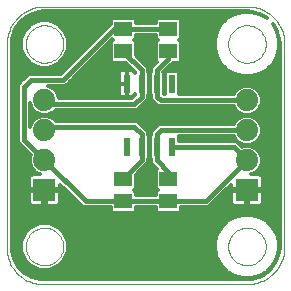
<source format=gtl>
G75*
G70*
%OFA0B0*%
%FSLAX24Y24*%
%IPPOS*%
%LPD*%
%AMOC8*
5,1,8,0,0,1.08239X$1,22.5*
%
%ADD10C,0.0000*%
%ADD11R,0.0740X0.0740*%
%ADD12C,0.0740*%
%ADD13R,0.0236X0.0610*%
%ADD14R,0.0591X0.0512*%
%ADD15C,0.0120*%
%ADD16R,0.0356X0.0356*%
%ADD17C,0.0160*%
D10*
X000411Y001660D02*
X000409Y001594D01*
X000411Y001528D01*
X000417Y001462D01*
X000426Y001396D01*
X000439Y001331D01*
X000456Y001266D01*
X000476Y001203D01*
X000500Y001141D01*
X000527Y001081D01*
X000558Y001022D01*
X000592Y000964D01*
X000629Y000909D01*
X000669Y000856D01*
X000712Y000806D01*
X000757Y000757D01*
X000806Y000712D01*
X000856Y000669D01*
X000909Y000629D01*
X000964Y000592D01*
X001022Y000558D01*
X001081Y000527D01*
X001141Y000500D01*
X001203Y000476D01*
X001266Y000456D01*
X001331Y000439D01*
X001396Y000426D01*
X001462Y000417D01*
X001528Y000411D01*
X001594Y000409D01*
X001660Y000411D01*
X001660Y000410D02*
X008410Y000410D01*
X008478Y000412D01*
X008545Y000417D01*
X008612Y000426D01*
X008679Y000439D01*
X008744Y000456D01*
X008809Y000475D01*
X008873Y000499D01*
X008935Y000526D01*
X008996Y000556D01*
X009054Y000589D01*
X009111Y000625D01*
X009166Y000665D01*
X009219Y000707D01*
X009270Y000753D01*
X009317Y000800D01*
X009363Y000851D01*
X009405Y000904D01*
X009445Y000959D01*
X009481Y001016D01*
X009514Y001074D01*
X009544Y001135D01*
X009571Y001197D01*
X009595Y001261D01*
X009614Y001326D01*
X009631Y001391D01*
X009644Y001458D01*
X009653Y001525D01*
X009658Y001592D01*
X009660Y001660D01*
X009660Y008410D01*
X009658Y008478D01*
X009653Y008545D01*
X009644Y008612D01*
X009631Y008679D01*
X009614Y008744D01*
X009595Y008809D01*
X009571Y008873D01*
X009544Y008935D01*
X009514Y008996D01*
X009481Y009054D01*
X009445Y009111D01*
X009405Y009166D01*
X009363Y009219D01*
X009317Y009270D01*
X009270Y009317D01*
X009219Y009363D01*
X009166Y009405D01*
X009111Y009445D01*
X009054Y009481D01*
X008996Y009514D01*
X008935Y009544D01*
X008873Y009571D01*
X008809Y009595D01*
X008744Y009614D01*
X008679Y009631D01*
X008612Y009644D01*
X008545Y009653D01*
X008478Y009658D01*
X008410Y009660D01*
X001660Y009660D01*
X001035Y008410D02*
X001037Y008460D01*
X001043Y008509D01*
X001053Y008558D01*
X001066Y008605D01*
X001084Y008652D01*
X001105Y008697D01*
X001129Y008740D01*
X001157Y008781D01*
X001188Y008820D01*
X001222Y008856D01*
X001259Y008890D01*
X001299Y008920D01*
X001340Y008947D01*
X001384Y008971D01*
X001429Y008991D01*
X001476Y009007D01*
X001524Y009020D01*
X001573Y009029D01*
X001623Y009034D01*
X001672Y009035D01*
X001722Y009032D01*
X001771Y009025D01*
X001820Y009014D01*
X001867Y009000D01*
X001913Y008981D01*
X001958Y008959D01*
X002001Y008934D01*
X002041Y008905D01*
X002079Y008873D01*
X002115Y008839D01*
X002148Y008801D01*
X002177Y008761D01*
X002203Y008719D01*
X002226Y008675D01*
X002245Y008629D01*
X002261Y008582D01*
X002273Y008533D01*
X002281Y008484D01*
X002285Y008435D01*
X002285Y008385D01*
X002281Y008336D01*
X002273Y008287D01*
X002261Y008238D01*
X002245Y008191D01*
X002226Y008145D01*
X002203Y008101D01*
X002177Y008059D01*
X002148Y008019D01*
X002115Y007981D01*
X002079Y007947D01*
X002041Y007915D01*
X002001Y007886D01*
X001958Y007861D01*
X001913Y007839D01*
X001867Y007820D01*
X001820Y007806D01*
X001771Y007795D01*
X001722Y007788D01*
X001672Y007785D01*
X001623Y007786D01*
X001573Y007791D01*
X001524Y007800D01*
X001476Y007813D01*
X001429Y007829D01*
X001384Y007849D01*
X001340Y007873D01*
X001299Y007900D01*
X001259Y007930D01*
X001222Y007964D01*
X001188Y008000D01*
X001157Y008039D01*
X001129Y008080D01*
X001105Y008123D01*
X001084Y008168D01*
X001066Y008215D01*
X001053Y008262D01*
X001043Y008311D01*
X001037Y008360D01*
X001035Y008410D01*
X000410Y008410D02*
X000410Y001660D01*
X001035Y001660D02*
X001037Y001710D01*
X001043Y001759D01*
X001053Y001808D01*
X001066Y001855D01*
X001084Y001902D01*
X001105Y001947D01*
X001129Y001990D01*
X001157Y002031D01*
X001188Y002070D01*
X001222Y002106D01*
X001259Y002140D01*
X001299Y002170D01*
X001340Y002197D01*
X001384Y002221D01*
X001429Y002241D01*
X001476Y002257D01*
X001524Y002270D01*
X001573Y002279D01*
X001623Y002284D01*
X001672Y002285D01*
X001722Y002282D01*
X001771Y002275D01*
X001820Y002264D01*
X001867Y002250D01*
X001913Y002231D01*
X001958Y002209D01*
X002001Y002184D01*
X002041Y002155D01*
X002079Y002123D01*
X002115Y002089D01*
X002148Y002051D01*
X002177Y002011D01*
X002203Y001969D01*
X002226Y001925D01*
X002245Y001879D01*
X002261Y001832D01*
X002273Y001783D01*
X002281Y001734D01*
X002285Y001685D01*
X002285Y001635D01*
X002281Y001586D01*
X002273Y001537D01*
X002261Y001488D01*
X002245Y001441D01*
X002226Y001395D01*
X002203Y001351D01*
X002177Y001309D01*
X002148Y001269D01*
X002115Y001231D01*
X002079Y001197D01*
X002041Y001165D01*
X002001Y001136D01*
X001958Y001111D01*
X001913Y001089D01*
X001867Y001070D01*
X001820Y001056D01*
X001771Y001045D01*
X001722Y001038D01*
X001672Y001035D01*
X001623Y001036D01*
X001573Y001041D01*
X001524Y001050D01*
X001476Y001063D01*
X001429Y001079D01*
X001384Y001099D01*
X001340Y001123D01*
X001299Y001150D01*
X001259Y001180D01*
X001222Y001214D01*
X001188Y001250D01*
X001157Y001289D01*
X001129Y001330D01*
X001105Y001373D01*
X001084Y001418D01*
X001066Y001465D01*
X001053Y001512D01*
X001043Y001561D01*
X001037Y001610D01*
X001035Y001660D01*
X000410Y008410D02*
X000412Y008478D01*
X000417Y008545D01*
X000426Y008612D01*
X000439Y008679D01*
X000456Y008744D01*
X000475Y008809D01*
X000499Y008873D01*
X000526Y008935D01*
X000556Y008996D01*
X000589Y009054D01*
X000625Y009111D01*
X000665Y009166D01*
X000707Y009219D01*
X000753Y009270D01*
X000800Y009317D01*
X000851Y009363D01*
X000904Y009405D01*
X000959Y009445D01*
X001016Y009481D01*
X001074Y009514D01*
X001135Y009544D01*
X001197Y009571D01*
X001261Y009595D01*
X001326Y009614D01*
X001391Y009631D01*
X001458Y009644D01*
X001525Y009653D01*
X001592Y009658D01*
X001660Y009660D01*
X007785Y008410D02*
X007787Y008460D01*
X007793Y008509D01*
X007803Y008558D01*
X007816Y008605D01*
X007834Y008652D01*
X007855Y008697D01*
X007879Y008740D01*
X007907Y008781D01*
X007938Y008820D01*
X007972Y008856D01*
X008009Y008890D01*
X008049Y008920D01*
X008090Y008947D01*
X008134Y008971D01*
X008179Y008991D01*
X008226Y009007D01*
X008274Y009020D01*
X008323Y009029D01*
X008373Y009034D01*
X008422Y009035D01*
X008472Y009032D01*
X008521Y009025D01*
X008570Y009014D01*
X008617Y009000D01*
X008663Y008981D01*
X008708Y008959D01*
X008751Y008934D01*
X008791Y008905D01*
X008829Y008873D01*
X008865Y008839D01*
X008898Y008801D01*
X008927Y008761D01*
X008953Y008719D01*
X008976Y008675D01*
X008995Y008629D01*
X009011Y008582D01*
X009023Y008533D01*
X009031Y008484D01*
X009035Y008435D01*
X009035Y008385D01*
X009031Y008336D01*
X009023Y008287D01*
X009011Y008238D01*
X008995Y008191D01*
X008976Y008145D01*
X008953Y008101D01*
X008927Y008059D01*
X008898Y008019D01*
X008865Y007981D01*
X008829Y007947D01*
X008791Y007915D01*
X008751Y007886D01*
X008708Y007861D01*
X008663Y007839D01*
X008617Y007820D01*
X008570Y007806D01*
X008521Y007795D01*
X008472Y007788D01*
X008422Y007785D01*
X008373Y007786D01*
X008323Y007791D01*
X008274Y007800D01*
X008226Y007813D01*
X008179Y007829D01*
X008134Y007849D01*
X008090Y007873D01*
X008049Y007900D01*
X008009Y007930D01*
X007972Y007964D01*
X007938Y008000D01*
X007907Y008039D01*
X007879Y008080D01*
X007855Y008123D01*
X007834Y008168D01*
X007816Y008215D01*
X007803Y008262D01*
X007793Y008311D01*
X007787Y008360D01*
X007785Y008410D01*
X007785Y001660D02*
X007787Y001710D01*
X007793Y001759D01*
X007803Y001808D01*
X007816Y001855D01*
X007834Y001902D01*
X007855Y001947D01*
X007879Y001990D01*
X007907Y002031D01*
X007938Y002070D01*
X007972Y002106D01*
X008009Y002140D01*
X008049Y002170D01*
X008090Y002197D01*
X008134Y002221D01*
X008179Y002241D01*
X008226Y002257D01*
X008274Y002270D01*
X008323Y002279D01*
X008373Y002284D01*
X008422Y002285D01*
X008472Y002282D01*
X008521Y002275D01*
X008570Y002264D01*
X008617Y002250D01*
X008663Y002231D01*
X008708Y002209D01*
X008751Y002184D01*
X008791Y002155D01*
X008829Y002123D01*
X008865Y002089D01*
X008898Y002051D01*
X008927Y002011D01*
X008953Y001969D01*
X008976Y001925D01*
X008995Y001879D01*
X009011Y001832D01*
X009023Y001783D01*
X009031Y001734D01*
X009035Y001685D01*
X009035Y001635D01*
X009031Y001586D01*
X009023Y001537D01*
X009011Y001488D01*
X008995Y001441D01*
X008976Y001395D01*
X008953Y001351D01*
X008927Y001309D01*
X008898Y001269D01*
X008865Y001231D01*
X008829Y001197D01*
X008791Y001165D01*
X008751Y001136D01*
X008708Y001111D01*
X008663Y001089D01*
X008617Y001070D01*
X008570Y001056D01*
X008521Y001045D01*
X008472Y001038D01*
X008422Y001035D01*
X008373Y001036D01*
X008323Y001041D01*
X008274Y001050D01*
X008226Y001063D01*
X008179Y001079D01*
X008134Y001099D01*
X008090Y001123D01*
X008049Y001150D01*
X008009Y001180D01*
X007972Y001214D01*
X007938Y001250D01*
X007907Y001289D01*
X007879Y001330D01*
X007855Y001373D01*
X007834Y001418D01*
X007816Y001465D01*
X007803Y001512D01*
X007793Y001561D01*
X007787Y001610D01*
X007785Y001660D01*
D11*
X008410Y003535D03*
X001660Y003535D03*
D12*
X001660Y004535D03*
X001660Y005535D03*
X001660Y006535D03*
X008410Y006535D03*
X008410Y005535D03*
X008410Y004535D03*
D13*
X005910Y004968D03*
X005410Y004968D03*
X004910Y004968D03*
X004410Y004968D03*
X004410Y007094D03*
X004910Y007094D03*
X005410Y007094D03*
X005910Y007094D03*
D14*
X005785Y008161D03*
X005785Y008909D03*
X004285Y008909D03*
X004285Y008161D03*
X004285Y003909D03*
X004285Y003161D03*
X005785Y003161D03*
X005785Y003909D03*
D15*
X001482Y000884D02*
X000870Y000884D01*
X000776Y000978D02*
X000637Y001229D01*
X000572Y001508D01*
X000570Y001639D01*
X000570Y001656D01*
X000573Y001718D01*
X000570Y001721D01*
X000570Y008410D01*
X000583Y008581D01*
X000689Y008905D01*
X000889Y009181D01*
X001165Y009381D01*
X001489Y009487D01*
X001660Y009500D01*
X008410Y009500D01*
X008581Y009487D01*
X008905Y009381D01*
X009065Y009265D01*
X008822Y009405D01*
X008551Y009478D01*
X008269Y009478D01*
X007998Y009405D01*
X007754Y009264D01*
X007556Y009066D01*
X007415Y008822D01*
X007342Y008551D01*
X007342Y008269D01*
X007415Y007998D01*
X007556Y007754D01*
X007754Y007556D01*
X007998Y007415D01*
X008269Y007342D01*
X008551Y007342D01*
X008822Y007415D01*
X009066Y007556D01*
X009264Y007754D01*
X009405Y007998D01*
X009478Y008269D01*
X009478Y008551D01*
X009405Y008822D01*
X009265Y009065D01*
X009381Y008905D01*
X009487Y008581D01*
X009500Y008410D01*
X009500Y001660D01*
X009487Y001489D01*
X009381Y001165D01*
X009181Y000889D01*
X008905Y000689D01*
X008581Y000583D01*
X008410Y000570D01*
X001721Y000570D01*
X001718Y000573D01*
X001656Y000570D01*
X001639Y000570D01*
X001508Y000572D01*
X001229Y000637D01*
X000978Y000776D01*
X000776Y000978D01*
X000762Y001003D02*
X001207Y001003D01*
X001215Y000995D02*
X001504Y000875D01*
X001816Y000875D01*
X002105Y000995D01*
X002325Y001215D01*
X002445Y001504D01*
X002445Y001816D01*
X002325Y002105D01*
X002105Y002325D01*
X001816Y002445D01*
X001504Y002445D01*
X001215Y002325D01*
X000995Y002105D01*
X000875Y001816D01*
X000875Y001504D01*
X000995Y001215D01*
X001215Y000995D01*
X001089Y001121D02*
X000696Y001121D01*
X000634Y001240D02*
X000984Y001240D01*
X000935Y001358D02*
X000607Y001358D01*
X000580Y001477D02*
X000886Y001477D01*
X000875Y001595D02*
X000571Y001595D01*
X000573Y001714D02*
X000875Y001714D01*
X000882Y001832D02*
X000570Y001832D01*
X000570Y001951D02*
X000931Y001951D01*
X000980Y002069D02*
X000570Y002069D01*
X000570Y002188D02*
X001077Y002188D01*
X001196Y002306D02*
X000570Y002306D01*
X000570Y002425D02*
X001454Y002425D01*
X001866Y002425D02*
X007675Y002425D01*
X007759Y002508D02*
X007562Y002311D01*
X007422Y002069D01*
X002340Y002069D01*
X002389Y001951D02*
X007390Y001951D01*
X007422Y002069D02*
X007350Y001800D01*
X007350Y001520D01*
X007422Y001251D01*
X007562Y001009D01*
X007759Y000812D01*
X008001Y000672D01*
X008270Y000600D01*
X008550Y000600D01*
X008819Y000672D01*
X009061Y000812D01*
X009258Y001009D01*
X009398Y001251D01*
X009470Y001520D01*
X009470Y001800D01*
X009398Y002069D01*
X009500Y002069D01*
X009398Y002069D02*
X009258Y002311D01*
X009061Y002508D01*
X008819Y002648D01*
X008550Y002720D01*
X008270Y002720D01*
X008001Y002648D01*
X007759Y002508D01*
X007819Y002543D02*
X000570Y002543D01*
X000570Y002662D02*
X008052Y002662D01*
X008019Y003005D02*
X008370Y003005D01*
X008370Y003495D01*
X008450Y003495D01*
X008450Y003575D01*
X008940Y003575D01*
X008940Y003926D01*
X008929Y003967D01*
X008908Y004003D01*
X008878Y004033D01*
X008842Y004054D01*
X008801Y004065D01*
X008556Y004065D01*
X008688Y004120D01*
X008825Y004257D01*
X008900Y004438D01*
X008900Y004632D01*
X008825Y004813D01*
X008688Y004950D01*
X008507Y005025D01*
X008313Y005025D01*
X008235Y004993D01*
X008060Y005168D01*
X006148Y005168D01*
X006148Y005323D01*
X006136Y005335D01*
X007962Y005335D01*
X007995Y005257D01*
X008132Y005120D01*
X008313Y005045D01*
X008507Y005045D01*
X008688Y005120D01*
X008825Y005257D01*
X008900Y005438D01*
X008900Y005632D01*
X008825Y005813D01*
X008688Y005950D01*
X008507Y006025D01*
X008313Y006025D01*
X008132Y005950D01*
X007995Y005813D01*
X007962Y005735D01*
X005452Y005735D01*
X005335Y005618D01*
X005210Y005493D01*
X005210Y005361D01*
X005172Y005323D01*
X005172Y004613D01*
X005210Y004575D01*
X005210Y004452D01*
X005409Y004254D01*
X005370Y004215D01*
X005370Y003603D01*
X005438Y003535D01*
X005370Y003467D01*
X005370Y003361D01*
X004700Y003361D01*
X004700Y003467D01*
X004632Y003535D01*
X004700Y003603D01*
X004700Y004042D01*
X004993Y004335D01*
X005110Y004452D01*
X005110Y004575D01*
X005148Y004613D01*
X005148Y005323D01*
X005110Y005361D01*
X005110Y005493D01*
X004860Y005743D01*
X004743Y005860D01*
X002028Y005860D01*
X001938Y005950D01*
X001757Y006025D01*
X001563Y006025D01*
X001382Y005950D01*
X001245Y005813D01*
X001172Y005638D01*
X001172Y006432D01*
X001245Y006257D01*
X001382Y006120D01*
X001563Y006045D01*
X001757Y006045D01*
X001938Y006120D01*
X002028Y006210D01*
X004743Y006210D01*
X004860Y006327D01*
X005110Y006577D01*
X005110Y006701D01*
X005148Y006739D01*
X005148Y007449D01*
X005110Y007487D01*
X005110Y007618D01*
X004993Y007735D01*
X004700Y008028D01*
X004700Y008467D01*
X004632Y008535D01*
X004700Y008603D01*
X004700Y008709D01*
X005370Y008709D01*
X005370Y008603D01*
X005438Y008535D01*
X005370Y008467D01*
X005370Y007855D01*
X005409Y007816D01*
X005210Y007618D01*
X005210Y007487D01*
X005172Y007449D01*
X005172Y006739D01*
X005210Y006701D01*
X005210Y006577D01*
X005335Y006452D01*
X005452Y006335D01*
X004868Y006335D01*
X004749Y006217D02*
X008036Y006217D01*
X007995Y006257D02*
X008132Y006120D01*
X008313Y006045D01*
X008507Y006045D01*
X008688Y006120D01*
X008825Y006257D01*
X008900Y006438D01*
X008900Y006632D01*
X008825Y006813D01*
X008688Y006950D01*
X008507Y007025D01*
X008313Y007025D01*
X008132Y006950D01*
X007995Y006813D01*
X007962Y006735D01*
X006144Y006735D01*
X006148Y006739D01*
X006148Y007449D01*
X006078Y007519D01*
X005742Y007519D01*
X005672Y007449D01*
X005672Y006739D01*
X005676Y006735D01*
X005644Y006735D01*
X005648Y006739D01*
X005648Y007449D01*
X005627Y007470D01*
X005943Y007785D01*
X006130Y007785D01*
X006200Y007855D01*
X006200Y008467D01*
X006132Y008535D01*
X006200Y008603D01*
X006200Y009215D01*
X006130Y009285D01*
X005440Y009285D01*
X005370Y009215D01*
X005370Y009109D01*
X004700Y009109D01*
X004700Y009215D01*
X004630Y009285D01*
X003940Y009285D01*
X003870Y009215D01*
X003870Y009090D01*
X002202Y007422D01*
X001140Y007422D01*
X000890Y007172D01*
X000773Y007055D01*
X000773Y005140D01*
X001202Y004710D01*
X001170Y004632D01*
X001170Y004438D01*
X001245Y004257D01*
X001382Y004120D01*
X001514Y004065D01*
X001269Y004065D01*
X001228Y004054D01*
X001192Y004033D01*
X001162Y004003D01*
X001141Y003967D01*
X001130Y003926D01*
X001130Y003575D01*
X001620Y003575D01*
X001620Y003495D01*
X001700Y003495D01*
X001700Y003575D01*
X002190Y003575D01*
X002190Y003722D01*
X002951Y002961D01*
X003870Y002961D01*
X003870Y002855D01*
X003940Y002785D01*
X004630Y002785D01*
X004700Y002855D01*
X004700Y002961D01*
X005370Y002961D01*
X005370Y002855D01*
X005440Y002785D01*
X006130Y002785D01*
X006200Y002855D01*
X006200Y002961D01*
X007119Y002961D01*
X007880Y003722D01*
X007880Y003575D01*
X008370Y003575D01*
X008370Y003495D01*
X007880Y003495D01*
X007880Y003144D01*
X007891Y003103D01*
X007912Y003067D01*
X007942Y003037D01*
X007978Y003016D01*
X008019Y003005D01*
X007976Y003017D02*
X007175Y003017D01*
X007293Y003136D02*
X007882Y003136D01*
X007880Y003254D02*
X007412Y003254D01*
X007530Y003373D02*
X007880Y003373D01*
X007880Y003491D02*
X007649Y003491D01*
X007767Y003610D02*
X007880Y003610D01*
X008370Y003491D02*
X008450Y003491D01*
X008450Y003495D02*
X008450Y003005D01*
X008801Y003005D01*
X008842Y003016D01*
X008878Y003037D01*
X008908Y003067D01*
X008929Y003103D01*
X008940Y003144D01*
X008940Y003495D01*
X008450Y003495D01*
X008450Y003373D02*
X008370Y003373D01*
X008370Y003254D02*
X008450Y003254D01*
X008450Y003136D02*
X008370Y003136D01*
X008370Y003017D02*
X008450Y003017D01*
X008844Y003017D02*
X009500Y003017D01*
X009500Y002899D02*
X006200Y002899D01*
X005370Y002899D02*
X004700Y002899D01*
X004700Y003373D02*
X005370Y003373D01*
X005394Y003491D02*
X004676Y003491D01*
X004700Y003610D02*
X005370Y003610D01*
X005370Y003728D02*
X004700Y003728D01*
X004700Y003847D02*
X005370Y003847D01*
X005370Y003965D02*
X004700Y003965D01*
X004741Y004084D02*
X005370Y004084D01*
X005370Y004202D02*
X004860Y004202D01*
X004978Y004321D02*
X005342Y004321D01*
X005223Y004439D02*
X005097Y004439D01*
X005110Y004558D02*
X005210Y004558D01*
X005172Y004676D02*
X005148Y004676D01*
X005148Y004795D02*
X005172Y004795D01*
X005172Y004913D02*
X005148Y004913D01*
X005148Y005032D02*
X005172Y005032D01*
X005172Y005150D02*
X005148Y005150D01*
X005148Y005269D02*
X005172Y005269D01*
X005210Y005387D02*
X005110Y005387D01*
X005097Y005506D02*
X005223Y005506D01*
X005341Y005624D02*
X004979Y005624D01*
X004860Y005743D02*
X007966Y005743D01*
X008043Y005861D02*
X002027Y005861D01*
X001867Y005980D02*
X008203Y005980D01*
X008185Y006098D02*
X001885Y006098D01*
X001453Y005980D02*
X001172Y005980D01*
X001172Y006098D02*
X001435Y006098D01*
X001286Y006217D02*
X001172Y006217D01*
X001172Y006335D02*
X001212Y006335D01*
X001172Y005861D02*
X001293Y005861D01*
X001216Y005743D02*
X001172Y005743D01*
X000773Y005743D02*
X000570Y005743D01*
X000570Y005861D02*
X000773Y005861D01*
X000773Y005980D02*
X000570Y005980D01*
X000570Y006098D02*
X000773Y006098D01*
X000773Y006217D02*
X000570Y006217D01*
X000570Y006335D02*
X000773Y006335D01*
X000773Y006454D02*
X000570Y006454D01*
X000570Y006572D02*
X000773Y006572D01*
X000773Y006691D02*
X000570Y006691D01*
X000570Y006809D02*
X000773Y006809D01*
X000773Y006928D02*
X000570Y006928D01*
X000570Y007046D02*
X000773Y007046D01*
X000882Y007165D02*
X000570Y007165D01*
X000570Y007283D02*
X001000Y007283D01*
X001119Y007402D02*
X000570Y007402D01*
X000570Y007520D02*
X002300Y007520D01*
X002418Y007639D02*
X001849Y007639D01*
X001816Y007625D02*
X002105Y007745D01*
X002325Y007965D01*
X002445Y008254D01*
X002445Y008566D01*
X002325Y008855D01*
X002105Y009075D01*
X001816Y009195D01*
X001504Y009195D01*
X001215Y009075D01*
X000995Y008855D01*
X000875Y008566D01*
X000875Y008254D01*
X000995Y007965D01*
X001215Y007745D01*
X001504Y007625D01*
X001816Y007625D01*
X002117Y007757D02*
X002537Y007757D01*
X002655Y007876D02*
X002236Y007876D01*
X002337Y007994D02*
X002774Y007994D01*
X002892Y008113D02*
X002386Y008113D01*
X002436Y008231D02*
X003011Y008231D01*
X003129Y008350D02*
X002445Y008350D01*
X002445Y008468D02*
X003248Y008468D01*
X003366Y008587D02*
X002437Y008587D01*
X002387Y008705D02*
X003485Y008705D01*
X003603Y008824D02*
X002338Y008824D01*
X002238Y008942D02*
X003722Y008942D01*
X003840Y009061D02*
X002120Y009061D01*
X001855Y009179D02*
X003870Y009179D01*
X003909Y008564D02*
X003938Y008535D01*
X003870Y008467D01*
X003870Y007855D01*
X003940Y007785D01*
X004377Y007785D01*
X004693Y007470D01*
X004679Y007456D01*
X004677Y007461D01*
X004656Y007497D01*
X004626Y007527D01*
X004590Y007548D01*
X004549Y007559D01*
X004410Y007559D01*
X004271Y007559D01*
X004230Y007548D01*
X004194Y007527D01*
X004164Y007497D01*
X004143Y007461D01*
X004132Y007420D01*
X004132Y007094D01*
X004132Y006768D01*
X004143Y006727D01*
X004164Y006691D01*
X004194Y006661D01*
X004230Y006640D01*
X004271Y006629D01*
X004410Y006629D01*
X004549Y006629D01*
X004590Y006640D01*
X004626Y006661D01*
X004656Y006691D01*
X004677Y006727D01*
X004679Y006732D01*
X004689Y006722D01*
X004577Y006610D01*
X002150Y006610D01*
X002150Y006632D01*
X002075Y006813D01*
X001938Y006950D01*
X001763Y007023D01*
X002368Y007023D01*
X003909Y008564D01*
X003871Y008468D02*
X003813Y008468D01*
X003870Y008350D02*
X003695Y008350D01*
X003576Y008231D02*
X003870Y008231D01*
X003870Y008113D02*
X003458Y008113D01*
X003339Y007994D02*
X003870Y007994D01*
X003870Y007876D02*
X003221Y007876D01*
X003102Y007757D02*
X004405Y007757D01*
X004524Y007639D02*
X002984Y007639D01*
X002865Y007520D02*
X004186Y007520D01*
X004132Y007402D02*
X002747Y007402D01*
X002628Y007283D02*
X004132Y007283D01*
X004132Y007165D02*
X002510Y007165D01*
X002391Y007046D02*
X004132Y007046D01*
X004132Y007094D02*
X004410Y007094D01*
X004410Y006629D01*
X004410Y007094D01*
X004410Y007094D01*
X004410Y007094D01*
X004132Y007094D01*
X004132Y006928D02*
X001960Y006928D01*
X002077Y006809D02*
X004132Y006809D01*
X004164Y006691D02*
X002126Y006691D01*
X001471Y007639D02*
X000570Y007639D01*
X000570Y007757D02*
X001203Y007757D01*
X001084Y007876D02*
X000570Y007876D01*
X000570Y007994D02*
X000983Y007994D01*
X000934Y008113D02*
X000570Y008113D01*
X000570Y008231D02*
X000884Y008231D01*
X000875Y008350D02*
X000570Y008350D01*
X000575Y008468D02*
X000875Y008468D01*
X000883Y008587D02*
X000585Y008587D01*
X000624Y008705D02*
X000933Y008705D01*
X000982Y008824D02*
X000662Y008824D01*
X000716Y008942D02*
X001082Y008942D01*
X001200Y009061D02*
X000802Y009061D01*
X000888Y009179D02*
X001465Y009179D01*
X001272Y009416D02*
X008039Y009416D01*
X007812Y009298D02*
X001050Y009298D01*
X004410Y007559D02*
X004410Y007094D01*
X004410Y007094D01*
X004410Y007559D01*
X004410Y007520D02*
X004410Y007520D01*
X004410Y007402D02*
X004410Y007402D01*
X004410Y007283D02*
X004410Y007283D01*
X004410Y007165D02*
X004410Y007165D01*
X004410Y007046D02*
X004410Y007046D01*
X004410Y006928D02*
X004410Y006928D01*
X004410Y006809D02*
X004410Y006809D01*
X004410Y006691D02*
X004410Y006691D01*
X004656Y006691D02*
X004658Y006691D01*
X004986Y006454D02*
X005334Y006454D01*
X005215Y006572D02*
X005105Y006572D01*
X005110Y006691D02*
X005210Y006691D01*
X005172Y006809D02*
X005148Y006809D01*
X005148Y006928D02*
X005172Y006928D01*
X005172Y007046D02*
X005148Y007046D01*
X005148Y007165D02*
X005172Y007165D01*
X005172Y007283D02*
X005148Y007283D01*
X005148Y007402D02*
X005172Y007402D01*
X005210Y007520D02*
X005110Y007520D01*
X005089Y007639D02*
X005231Y007639D01*
X005349Y007757D02*
X004971Y007757D01*
X004852Y007876D02*
X005370Y007876D01*
X005370Y007994D02*
X004734Y007994D01*
X004700Y008113D02*
X005370Y008113D01*
X005370Y008231D02*
X004700Y008231D01*
X004700Y008350D02*
X005370Y008350D01*
X005371Y008468D02*
X004699Y008468D01*
X004683Y008587D02*
X005387Y008587D01*
X005370Y008705D02*
X004700Y008705D01*
X004700Y009179D02*
X005370Y009179D01*
X006200Y009179D02*
X007669Y009179D01*
X007553Y009061D02*
X006200Y009061D01*
X006200Y008942D02*
X007484Y008942D01*
X007416Y008824D02*
X006200Y008824D01*
X006200Y008705D02*
X007384Y008705D01*
X007352Y008587D02*
X006183Y008587D01*
X006199Y008468D02*
X007342Y008468D01*
X007342Y008350D02*
X006200Y008350D01*
X006200Y008231D02*
X007353Y008231D01*
X007384Y008113D02*
X006200Y008113D01*
X006200Y007994D02*
X007417Y007994D01*
X007486Y007876D02*
X006200Y007876D01*
X005915Y007757D02*
X007554Y007757D01*
X007671Y007639D02*
X005796Y007639D01*
X005678Y007520D02*
X007816Y007520D01*
X008048Y007402D02*
X006148Y007402D01*
X006148Y007283D02*
X009500Y007283D01*
X009500Y007165D02*
X006148Y007165D01*
X006148Y007046D02*
X009500Y007046D01*
X009500Y006928D02*
X008710Y006928D01*
X008827Y006809D02*
X009500Y006809D01*
X009500Y006691D02*
X008876Y006691D01*
X008900Y006572D02*
X009500Y006572D01*
X009500Y006454D02*
X008900Y006454D01*
X008858Y006335D02*
X009500Y006335D01*
X009500Y006217D02*
X008784Y006217D01*
X008635Y006098D02*
X009500Y006098D01*
X009500Y005980D02*
X008617Y005980D01*
X008777Y005861D02*
X009500Y005861D01*
X009500Y005743D02*
X008854Y005743D01*
X008900Y005624D02*
X009500Y005624D01*
X009500Y005506D02*
X008900Y005506D01*
X008879Y005387D02*
X009500Y005387D01*
X009500Y005269D02*
X008830Y005269D01*
X008718Y005150D02*
X009500Y005150D01*
X009500Y005032D02*
X008196Y005032D01*
X008102Y005150D02*
X008078Y005150D01*
X007990Y005269D02*
X006148Y005269D01*
X005452Y006335D02*
X007962Y006335D01*
X007995Y006257D01*
X007993Y006809D02*
X006148Y006809D01*
X006148Y006928D02*
X008110Y006928D01*
X008772Y007402D02*
X009500Y007402D01*
X009500Y007520D02*
X009004Y007520D01*
X009149Y007639D02*
X009500Y007639D01*
X009500Y007757D02*
X009266Y007757D01*
X009334Y007876D02*
X009500Y007876D01*
X009500Y007994D02*
X009403Y007994D01*
X009436Y008113D02*
X009500Y008113D01*
X009500Y008231D02*
X009467Y008231D01*
X009478Y008350D02*
X009500Y008350D01*
X009495Y008468D02*
X009478Y008468D01*
X009468Y008587D02*
X009485Y008587D01*
X009446Y008705D02*
X009436Y008705D01*
X009408Y008824D02*
X009404Y008824D01*
X009354Y008942D02*
X009336Y008942D01*
X009267Y009061D02*
X009268Y009061D01*
X009020Y009298D02*
X009008Y009298D01*
X008798Y009416D02*
X008781Y009416D01*
X005672Y007402D02*
X005648Y007402D01*
X005648Y007283D02*
X005672Y007283D01*
X005672Y007165D02*
X005648Y007165D01*
X005648Y007046D02*
X005672Y007046D01*
X005672Y006928D02*
X005648Y006928D01*
X005648Y006809D02*
X005672Y006809D01*
X004642Y007520D02*
X004634Y007520D01*
X001470Y004084D02*
X000570Y004084D01*
X000570Y004202D02*
X001300Y004202D01*
X001218Y004321D02*
X000570Y004321D01*
X000570Y004439D02*
X001170Y004439D01*
X001170Y004558D02*
X000570Y004558D01*
X000570Y004676D02*
X001188Y004676D01*
X001118Y004795D02*
X000570Y004795D01*
X000570Y004913D02*
X000999Y004913D01*
X000881Y005032D02*
X000570Y005032D01*
X000570Y005150D02*
X000773Y005150D01*
X000773Y005269D02*
X000570Y005269D01*
X000570Y005387D02*
X000773Y005387D01*
X000773Y005506D02*
X000570Y005506D01*
X000570Y005624D02*
X000773Y005624D01*
X000570Y003965D02*
X001140Y003965D01*
X001130Y003847D02*
X000570Y003847D01*
X000570Y003728D02*
X001130Y003728D01*
X001130Y003610D02*
X000570Y003610D01*
X000570Y003491D02*
X001130Y003491D01*
X001130Y003495D02*
X001130Y003144D01*
X001141Y003103D01*
X001162Y003067D01*
X001192Y003037D01*
X001228Y003016D01*
X001269Y003005D01*
X001620Y003005D01*
X001620Y003495D01*
X001130Y003495D01*
X001130Y003373D02*
X000570Y003373D01*
X000570Y003254D02*
X001130Y003254D01*
X001132Y003136D02*
X000570Y003136D01*
X000570Y003017D02*
X001226Y003017D01*
X001620Y003017D02*
X001700Y003017D01*
X001700Y003005D02*
X002051Y003005D01*
X002092Y003016D01*
X002128Y003037D01*
X002158Y003067D01*
X002179Y003103D01*
X002190Y003144D01*
X002190Y003495D01*
X001700Y003495D01*
X001700Y003005D01*
X001700Y003136D02*
X001620Y003136D01*
X001620Y003254D02*
X001700Y003254D01*
X001700Y003373D02*
X001620Y003373D01*
X001620Y003491D02*
X001700Y003491D01*
X002190Y003491D02*
X002421Y003491D01*
X002540Y003373D02*
X002190Y003373D01*
X002190Y003254D02*
X002658Y003254D01*
X002777Y003136D02*
X002188Y003136D01*
X002094Y003017D02*
X002895Y003017D01*
X002303Y003610D02*
X002190Y003610D01*
X002124Y002306D02*
X007559Y002306D01*
X007491Y002188D02*
X002243Y002188D01*
X002438Y001832D02*
X007359Y001832D01*
X007350Y001714D02*
X002445Y001714D01*
X002445Y001595D02*
X007350Y001595D01*
X007362Y001477D02*
X002434Y001477D01*
X002385Y001358D02*
X007394Y001358D01*
X007429Y001240D02*
X002336Y001240D01*
X002231Y001121D02*
X007497Y001121D01*
X007568Y001003D02*
X002113Y001003D01*
X001838Y000884D02*
X007687Y000884D01*
X007839Y000766D02*
X000996Y000766D01*
X000978Y000776D02*
X000978Y000776D01*
X001210Y000647D02*
X008095Y000647D01*
X008725Y000647D02*
X008776Y000647D01*
X008981Y000766D02*
X009010Y000766D01*
X009133Y000884D02*
X009174Y000884D01*
X009252Y001003D02*
X009263Y001003D01*
X009323Y001121D02*
X009349Y001121D01*
X009391Y001240D02*
X009405Y001240D01*
X009426Y001358D02*
X009444Y001358D01*
X009458Y001477D02*
X009482Y001477D01*
X009470Y001595D02*
X009495Y001595D01*
X009500Y001714D02*
X009470Y001714D01*
X009461Y001832D02*
X009500Y001832D01*
X009500Y001951D02*
X009430Y001951D01*
X009500Y002188D02*
X009329Y002188D01*
X009261Y002306D02*
X009500Y002306D01*
X009500Y002425D02*
X009145Y002425D01*
X009001Y002543D02*
X009500Y002543D01*
X009500Y002662D02*
X008768Y002662D01*
X008938Y003136D02*
X009500Y003136D01*
X009500Y003254D02*
X008940Y003254D01*
X008940Y003373D02*
X009500Y003373D01*
X009500Y003491D02*
X008940Y003491D01*
X008940Y003610D02*
X009500Y003610D01*
X009500Y003728D02*
X008940Y003728D01*
X008940Y003847D02*
X009500Y003847D01*
X009500Y003965D02*
X008930Y003965D01*
X008770Y004202D02*
X009500Y004202D01*
X009500Y004084D02*
X008600Y004084D01*
X008852Y004321D02*
X009500Y004321D01*
X009500Y004439D02*
X008900Y004439D01*
X008900Y004558D02*
X009500Y004558D01*
X009500Y004676D02*
X008882Y004676D01*
X008833Y004795D02*
X009500Y004795D01*
X009500Y004913D02*
X008725Y004913D01*
X009500Y002780D02*
X000570Y002780D01*
X000570Y002899D02*
X003870Y002899D01*
D16*
X002910Y007285D03*
X007285Y007285D03*
D17*
X008410Y006535D02*
X005535Y006535D01*
X005410Y006660D01*
X005410Y007094D01*
X005410Y007535D01*
X005785Y007910D01*
X005785Y008161D01*
X005785Y008909D02*
X003972Y008909D01*
X002285Y007223D01*
X001223Y007223D01*
X000973Y006973D01*
X000973Y005223D01*
X001660Y004535D01*
X003034Y003161D01*
X004285Y003161D01*
X005785Y003161D01*
X007036Y003161D01*
X008410Y004535D01*
X007977Y004968D01*
X005910Y004968D01*
X005410Y004968D02*
X005410Y004535D01*
X005785Y004160D01*
X005785Y003909D01*
X004910Y004535D02*
X004910Y004968D01*
X004910Y005410D01*
X004660Y005660D01*
X001785Y005660D01*
X001660Y005535D01*
X001785Y006410D02*
X001660Y006535D01*
X001785Y006410D02*
X004660Y006410D01*
X004910Y006660D01*
X004910Y007094D01*
X004910Y007535D01*
X004285Y008160D01*
X004285Y008161D01*
X004285Y008909D02*
X005785Y008909D01*
X005535Y005535D02*
X008410Y005535D01*
X005535Y005535D02*
X005410Y005410D01*
X005410Y004968D01*
X004910Y004535D02*
X004285Y003910D01*
X004285Y003909D01*
M02*

</source>
